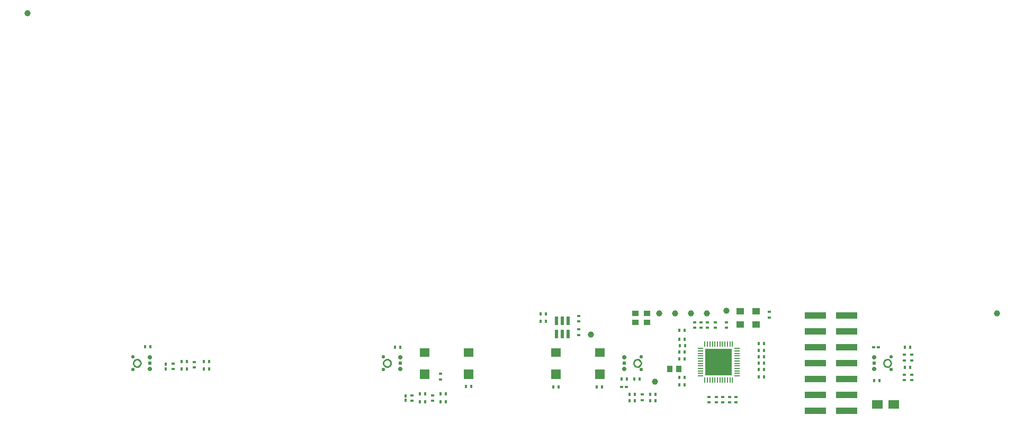
<source format=gbp>
G04 Layer_Color=128*
%FSLAX25Y25*%
%MOIN*%
G70*
G01*
G75*
%ADD11C,0.03937*%
%ADD18C,0.00984*%
%ADD19R,0.01772X0.02165*%
%ADD20O,0.00866X0.03937*%
%ADD21O,0.03937X0.00866*%
%ADD22R,0.16535X0.16535*%
%ADD24R,0.02165X0.05709*%
%ADD25R,0.02165X0.05709*%
%ADD26R,0.02165X0.01772*%
%ADD27C,0.00197*%
%ADD28C,0.02402*%
%ADD29C,0.02835*%
%ADD30C,0.02205*%
%ADD31R,0.02441X0.01575*%
%ADD32R,0.01968X0.01575*%
%ADD33R,0.01575X0.01968*%
%ADD34R,0.01575X0.02441*%
%ADD35R,0.03200X0.04000*%
%ADD36R,0.07087X0.05315*%
%ADD37R,0.04000X0.03200*%
%ADD38R,0.13583X0.03937*%
%ADD39R,0.06299X0.05905*%
%ADD40R,0.06299X0.05512*%
%ADD70R,0.05039X0.04252*%
D11*
X305118Y31496D02*
D03*
X-305118Y220472D02*
D03*
X89800Y-11500D02*
D03*
X49500Y18000D02*
D03*
X135000Y33000D02*
D03*
X122500Y31500D02*
D03*
X112500D02*
D03*
X92500D02*
D03*
X102500D02*
D03*
D18*
X238583Y0D02*
X238378Y961D01*
X237801Y1756D01*
X236950Y2247D01*
X235974Y2349D01*
X235039Y2046D01*
X234309Y1389D01*
X233910Y491D01*
Y-491D01*
X234309Y-1388D01*
X235039Y-2046D01*
X235974Y-2349D01*
X236950Y-2246D01*
X237801Y-1755D01*
X238378Y-961D01*
X238583Y0D01*
X81102D02*
X80898Y961D01*
X80321Y1756D01*
X79470Y2247D01*
X78493Y2349D01*
X77559Y2046D01*
X76829Y1389D01*
X76430Y491D01*
Y-491D01*
X76829Y-1388D01*
X77559Y-2046D01*
X78493Y-2349D01*
X79470Y-2246D01*
X80321Y-1755D01*
X80898Y-961D01*
X81102Y0D01*
X-76378D02*
X-76582Y961D01*
X-77160Y1756D01*
X-78010Y2247D01*
X-78987Y2349D01*
X-79921Y2046D01*
X-80651Y1389D01*
X-81051Y491D01*
Y-491D01*
X-80651Y-1388D01*
X-79921Y-2046D01*
X-78987Y-2349D01*
X-78010Y-2246D01*
X-77160Y-1755D01*
X-76582Y-961D01*
X-76378Y0D01*
X-233858D02*
X-234063Y961D01*
X-234640Y1756D01*
X-235490Y2247D01*
X-236467Y2349D01*
X-237402Y2046D01*
X-238131Y1389D01*
X-238531Y491D01*
Y-491D01*
X-238131Y-1388D01*
X-237402Y-2046D01*
X-236467Y-2349D01*
X-235490Y-2246D01*
X-234640Y-1755D01*
X-234063Y-961D01*
X-233858Y0D01*
D19*
X-25827Y-14500D02*
D03*
X-29173Y-14500D02*
D03*
X105427Y11000D02*
D03*
X108773Y11000D02*
D03*
X53327Y-15000D02*
D03*
X56673D02*
D03*
X29173D02*
D03*
X25827D02*
D03*
X73827Y-19500D02*
D03*
X77173Y-19500D02*
D03*
X73827Y-23500D02*
D03*
X77173Y-23500D02*
D03*
X108673Y20600D02*
D03*
X105327D02*
D03*
X155327Y4000D02*
D03*
X158673D02*
D03*
X155327Y0D02*
D03*
X158673D02*
D03*
X155327Y8000D02*
D03*
X158673D02*
D03*
X-58173Y-19400D02*
D03*
X-54827Y-19400D02*
D03*
X-58173Y-24400D02*
D03*
X-54827Y-24400D02*
D03*
X155327Y-4000D02*
D03*
X158673D02*
D03*
X108673Y7100D02*
D03*
X105327D02*
D03*
X-208173Y1000D02*
D03*
X-204827Y1000D02*
D03*
X105327Y-13500D02*
D03*
X108673Y-13500D02*
D03*
X-208173Y-3500D02*
D03*
X-204827Y-3500D02*
D03*
X17827Y30900D02*
D03*
X21173D02*
D03*
X17827Y26500D02*
D03*
X21173D02*
D03*
X250673Y10000D02*
D03*
X247327D02*
D03*
X227827Y-11000D02*
D03*
X231173Y-11000D02*
D03*
X250673Y-2500D02*
D03*
X247327D02*
D03*
X72173Y-10000D02*
D03*
X68827D02*
D03*
X86827Y-19500D02*
D03*
X90173Y-19500D02*
D03*
X76827Y-10000D02*
D03*
X80173Y-10000D02*
D03*
X86827Y-23500D02*
D03*
X90173Y-23500D02*
D03*
X-45173Y-19400D02*
D03*
X-41827Y-19400D02*
D03*
X-70327Y10000D02*
D03*
X-73673Y10000D02*
D03*
X-45173Y-24400D02*
D03*
X-41827Y-24400D02*
D03*
X155327Y12500D02*
D03*
X158673Y12500D02*
D03*
X105327Y-8900D02*
D03*
X108673D02*
D03*
X158673Y-8500D02*
D03*
X155327D02*
D03*
X105327Y2600D02*
D03*
X108673D02*
D03*
X-194173Y1000D02*
D03*
X-190827Y1000D02*
D03*
X105327Y15100D02*
D03*
X108673D02*
D03*
X-227827Y10500D02*
D03*
X-231173Y10500D02*
D03*
X-194173Y-3500D02*
D03*
X-190827Y-3500D02*
D03*
D20*
X121339Y12017D02*
D03*
X122913D02*
D03*
X124488D02*
D03*
X126063D02*
D03*
X127638D02*
D03*
X129213D02*
D03*
X130787D02*
D03*
X132362D02*
D03*
X133937D02*
D03*
X135512D02*
D03*
X137087D02*
D03*
X138661D02*
D03*
Y-10817D02*
D03*
X137087D02*
D03*
X135512D02*
D03*
X133937D02*
D03*
X132362D02*
D03*
X130787D02*
D03*
X129213D02*
D03*
X127638D02*
D03*
X126063D02*
D03*
X124488D02*
D03*
X122913D02*
D03*
X121339D02*
D03*
D21*
X118583Y9261D02*
D03*
Y7687D02*
D03*
Y6112D02*
D03*
Y4537D02*
D03*
Y2962D02*
D03*
Y1387D02*
D03*
Y-187D02*
D03*
Y-1762D02*
D03*
Y-3337D02*
D03*
Y-4912D02*
D03*
Y-6487D02*
D03*
Y-8061D02*
D03*
X141417D02*
D03*
Y-6487D02*
D03*
Y-4912D02*
D03*
Y-3337D02*
D03*
Y-1762D02*
D03*
Y-187D02*
D03*
Y1387D02*
D03*
Y2962D02*
D03*
Y4537D02*
D03*
Y6112D02*
D03*
Y7687D02*
D03*
Y9261D02*
D03*
D22*
X130000Y600D02*
D03*
D24*
X35240Y18268D02*
D03*
D25*
X31500D02*
D03*
X27760D02*
D03*
Y26732D02*
D03*
X31500D02*
D03*
X35240D02*
D03*
D26*
X-45000Y-10173D02*
D03*
Y-6827D02*
D03*
X42000Y26327D02*
D03*
Y29673D02*
D03*
X42000Y17827D02*
D03*
X42000Y21173D02*
D03*
X251500Y5173D02*
D03*
X251500Y1827D02*
D03*
X247000Y5173D02*
D03*
X247000Y1827D02*
D03*
X123000Y22427D02*
D03*
X123000Y25773D02*
D03*
X119000Y22427D02*
D03*
X119000Y25773D02*
D03*
X115000Y22427D02*
D03*
X115000Y25773D02*
D03*
X135000Y22427D02*
D03*
X135000Y25773D02*
D03*
X251500Y-7327D02*
D03*
X251500Y-10673D02*
D03*
X162000Y28827D02*
D03*
X162000Y32173D02*
D03*
X247000Y-7327D02*
D03*
X247000Y-10673D02*
D03*
X82000Y-19827D02*
D03*
Y-23173D02*
D03*
X-63000Y-20227D02*
D03*
Y-23573D02*
D03*
X-50000Y-20227D02*
D03*
Y-23573D02*
D03*
X124000Y-24573D02*
D03*
X124000Y-21227D02*
D03*
X128000Y22427D02*
D03*
X128000Y25773D02*
D03*
X132500Y-24573D02*
D03*
X132500Y-21227D02*
D03*
X141000Y-24573D02*
D03*
X141000Y-21227D02*
D03*
X137000Y-24573D02*
D03*
X137000Y-21227D02*
D03*
X128500Y-24573D02*
D03*
X128500Y-21227D02*
D03*
X-213500Y-327D02*
D03*
Y-3673D02*
D03*
X-200000Y673D02*
D03*
Y-2673D02*
D03*
D27*
X233921Y0D02*
D03*
X76440D02*
D03*
X-76440D02*
D03*
X-233921D02*
D03*
D28*
X227953D02*
D03*
X70472D02*
D03*
X-70473D02*
D03*
X-227953D02*
D03*
D29*
X227953Y-3819D02*
D03*
Y3819D02*
D03*
X70472Y-3819D02*
D03*
Y3819D02*
D03*
X-70473D02*
D03*
Y-3819D02*
D03*
X-227953Y3819D02*
D03*
Y-3819D02*
D03*
D30*
X238701Y-4016D02*
D03*
Y4016D02*
D03*
X81221Y-4016D02*
D03*
Y4016D02*
D03*
X-81221D02*
D03*
Y-4016D02*
D03*
X-238701Y4016D02*
D03*
Y-4016D02*
D03*
D31*
X227661Y10000D02*
D03*
X71838Y-15000D02*
D03*
D32*
X230575Y10000D02*
D03*
X68925Y-15000D02*
D03*
D33*
X-67000Y-23475D02*
D03*
X-218000Y-3575D02*
D03*
D34*
X-67000Y-20561D02*
D03*
X-218000Y-661D02*
D03*
D35*
X104781Y-3500D02*
D03*
X99219D02*
D03*
D36*
X229842Y-26000D02*
D03*
X240158D02*
D03*
D37*
X77500Y25719D02*
D03*
Y31281D02*
D03*
X85000Y25719D02*
D03*
Y31281D02*
D03*
D38*
X191043Y-30000D02*
D03*
X210531D02*
D03*
X191043Y-20000D02*
D03*
X210531D02*
D03*
X191043Y-10000D02*
D03*
X210531D02*
D03*
Y20000D02*
D03*
X191043D02*
D03*
X210531Y10000D02*
D03*
X191043D02*
D03*
X210531Y0D02*
D03*
X191043D02*
D03*
X210531Y30000D02*
D03*
X191043D02*
D03*
D39*
X-55118Y-7087D02*
D03*
X27559D02*
D03*
X55118D02*
D03*
X-27559D02*
D03*
D40*
X-55118Y6693D02*
D03*
X27559D02*
D03*
X55118D02*
D03*
X-27559D02*
D03*
D70*
X153500Y24169D02*
D03*
X143500D02*
D03*
Y32831D02*
D03*
X153500D02*
D03*
M02*

</source>
